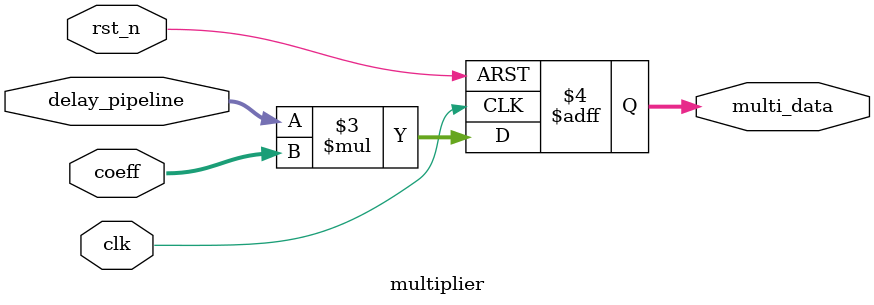
<source format=v>
`timescale 1ns / 1ps


module multiplier(
    input clk,
    input rst_n,
    input [8:0] delay_pipeline,
    input [7:0] coeff,
    output reg [16:0] multi_data
    );
    
    always@(posedge clk or negedge rst_n) begin
      if(!rst_n)    multi_data <= 17'b0 ;
      else     multi_data <= delay_pipeline*coeff ;
    end
    
//    wire PD
//    generate
//        genvar i,j;
//        for (i=0;i<8;i=i+1'b1)  begin
//            for (j=0;j<23;j=j+1'b1) begin
//                assign PD[i][j] = mult1[j] & mult2[i];
//            end
//        end
//    endgenerate
endmodule

</source>
